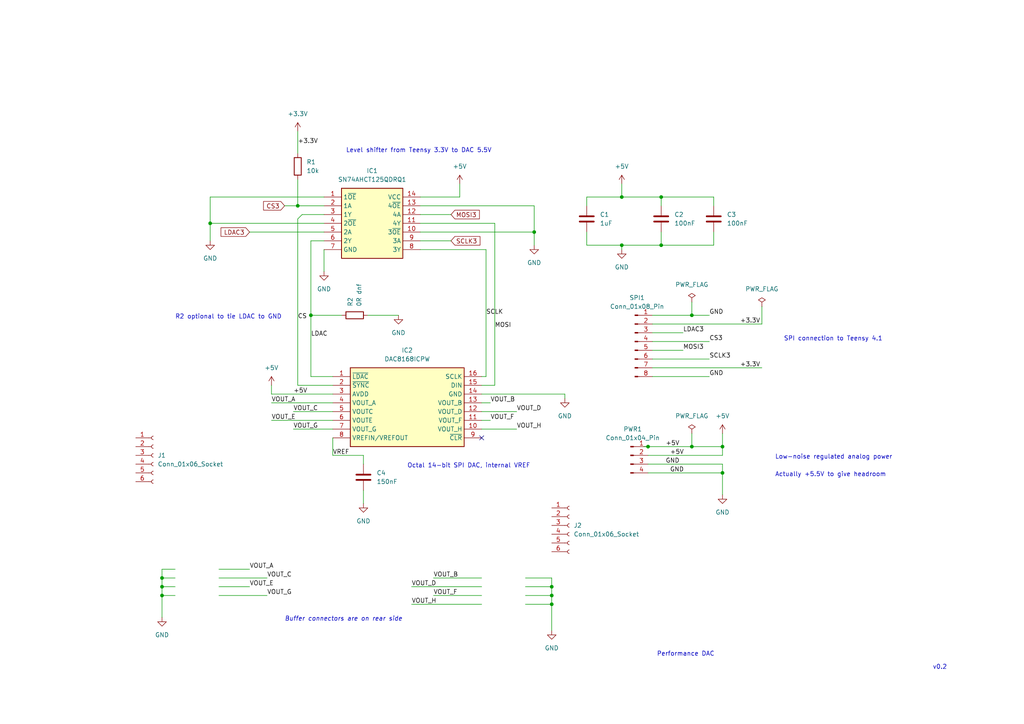
<source format=kicad_sch>
(kicad_sch (version 20231120) (generator "eeschema") (generator_version "8.0")
  (paper "A4")
  (lib_symbols
    (symbol "Connector:Conn_01x04_Pin" (pin_names (offset 1.016) hide)
      (property "Reference" "J" (at 0 5.08 0))
      (property "Value" "Conn_01x04_Pin" (at 0 -7.62 0))
      (symbol "Conn_01x04_Pin_1_1"
        (polyline (pts (xy 1.27 -5.08) (xy 0.8636 -5.08)) (stroke (width 0.1524)))
        (polyline (pts (xy 1.27 -2.54) (xy 0.8636 -2.54)) (stroke (width 0.1524)))
        (polyline (pts (xy 1.27 0) (xy 0.8636 0)) (stroke (width 0.1524)))
        (polyline (pts (xy 1.27 2.54) (xy 0.8636 2.54)) (stroke (width 0.1524)))
        (rectangle (start 0.8636 -4.953) (end 0 -5.207) (stroke (width 0.1524)) (fill (type outline)))
        (rectangle (start 0.8636 -2.413) (end 0 -2.667) (stroke (width 0.1524)) (fill (type outline)))
        (rectangle (start 0.8636 0.127) (end 0 -0.127) (stroke (width 0.1524)) (fill (type outline)))
        (rectangle (start 0.8636 2.667) (end 0 2.413) (stroke (width 0.1524)) (fill (type outline)))
        (pin passive line (at 5.08 2.54 180) (length 3.81) (name "Pin_1") (number "1"))
        (pin passive line (at 5.08 0 180) (length 3.81) (name "Pin_2") (number "2"))
        (pin passive line (at 5.08 -2.54 180) (length 3.81) (name "Pin_3") (number "3"))
        (pin passive line (at 5.08 -5.08 180) (length 3.81) (name "Pin_4") (number "4"))
      )
    )
    (symbol "Connector:Conn_01x06_Socket" (pin_names (offset 1.016) hide)
      (property "Reference" "J" (at 0 7.62 0))
      (property "Value" "Conn_01x06_Socket" (at 0 -10.16 0))
      (symbol "Conn_01x06_Socket_1_1"
        (arc (start 0 -7.112) (mid -0.5058 -7.62) (end 0 -8.128) (stroke (width 0.1524)))
        (arc (start 0 -4.572) (mid -0.5058 -5.08) (end 0 -5.588) (stroke (width 0.1524)))
        (arc (start 0 -2.032) (mid -0.5058 -2.54) (end 0 -3.048) (stroke (width 0.1524)))
        (polyline (pts (xy -1.27 -7.62) (xy -0.508 -7.62)) (stroke (width 0.1524)))
        (polyline (pts (xy -1.27 -5.08) (xy -0.508 -5.08)) (stroke (width 0.1524)))
        (polyline (pts (xy -1.27 -2.54) (xy -0.508 -2.54)) (stroke (width 0.1524)))
        (polyline (pts (xy -1.27 0) (xy -0.508 0)) (stroke (width 0.1524)))
        (polyline (pts (xy -1.27 2.54) (xy -0.508 2.54)) (stroke (width 0.1524)))
        (polyline (pts (xy -1.27 5.08) (xy -0.508 5.08)) (stroke (width 0.1524)))
        (arc (start 0 0.508) (mid -0.5058 0) (end 0 -0.508) (stroke (width 0.1524)))
        (arc (start 0 3.048) (mid -0.5058 2.54) (end 0 2.032) (stroke (width 0.1524)))
        (arc (start 0 5.588) (mid -0.5058 5.08) (end 0 4.572) (stroke (width 0.1524)))
        (pin passive line (at -5.08 5.08 0) (length 3.81) (name "Pin_1") (number "1"))
        (pin passive line (at -5.08 2.54 0) (length 3.81) (name "Pin_2") (number "2"))
        (pin passive line (at -5.08 0 0) (length 3.81) (name "Pin_3") (number "3"))
        (pin passive line (at -5.08 -2.54 0) (length 3.81) (name "Pin_4") (number "4"))
        (pin passive line (at -5.08 -5.08 0) (length 3.81) (name "Pin_5") (number "5"))
        (pin passive line (at -5.08 -7.62 0) (length 3.81) (name "Pin_6") (number "6"))
      )
    )
    (symbol "Connector:Conn_01x08_Pin" (pin_names (offset 1.016) hide)
      (property "Reference" "J" (at 0 10.16 0))
      (property "Value" "Conn_01x08_Pin" (at 0 -12.7 0))
      (symbol "Conn_01x08_Pin_1_1"
        (polyline (pts (xy 1.27 -10.16) (xy 0.8636 -10.16)) (stroke (width 0.1524)))
        (polyline (pts (xy 1.27 -7.62) (xy 0.8636 -7.62)) (stroke (width 0.1524)))
        (polyline (pts (xy 1.27 -5.08) (xy 0.8636 -5.08)) (stroke (width 0.1524)))
        (polyline (pts (xy 1.27 -2.54) (xy 0.8636 -2.54)) (stroke (width 0.1524)))
        (polyline (pts (xy 1.27 0) (xy 0.8636 0)) (stroke (width 0.1524)))
        (polyline (pts (xy 1.27 2.54) (xy 0.8636 2.54)) (stroke (width 0.1524)))
        (polyline (pts (xy 1.27 5.08) (xy 0.8636 5.08)) (stroke (width 0.1524)))
        (polyline (pts (xy 1.27 7.62) (xy 0.8636 7.62)) (stroke (width 0.1524)))
        (rectangle (start 0.8636 -10.033) (end 0 -10.287) (stroke (width 0.1524)) (fill (type outline)))
        (rectangle (start 0.8636 -7.493) (end 0 -7.747) (stroke (width 0.1524)) (fill (type outline)))
        (rectangle (start 0.8636 -4.953) (end 0 -5.207) (stroke (width 0.1524)) (fill (type outline)))
        (rectangle (start 0.8636 -2.413) (end 0 -2.667) (stroke (width 0.1524)) (fill (type outline)))
        (rectangle (start 0.8636 0.127) (end 0 -0.127) (stroke (width 0.1524)) (fill (type outline)))
        (rectangle (start 0.8636 2.667) (end 0 2.413) (stroke (width 0.1524)) (fill (type outline)))
        (rectangle (start 0.8636 5.207) (end 0 4.953) (stroke (width 0.1524)) (fill (type outline)))
        (rectangle (start 0.8636 7.747) (end 0 7.493) (stroke (width 0.1524)) (fill (type outline)))
        (pin passive line (at 5.08 7.62 180) (length 3.81) (name "Pin_1") (number "1"))
        (pin passive line (at 5.08 5.08 180) (length 3.81) (name "Pin_2") (number "2"))
        (pin passive line (at 5.08 2.54 180) (length 3.81) (name "Pin_3") (number "3"))
        (pin passive line (at 5.08 0 180) (length 3.81) (name "Pin_4") (number "4"))
        (pin passive line (at 5.08 -2.54 180) (length 3.81) (name "Pin_5") (number "5"))
        (pin passive line (at 5.08 -5.08 180) (length 3.81) (name "Pin_6") (number "6"))
        (pin passive line (at 5.08 -7.62 180) (length 3.81) (name "Pin_7") (number "7"))
        (pin passive line (at 5.08 -10.16 180) (length 3.81) (name "Pin_8") (number "8"))
      )
    )
    (symbol "Device:C" (pin_numbers hide) (pin_names (offset 0.254))
      (property "Reference" "C" (at 0.635 2.54 0))
      (property "Value" "C" (at 0.635 -2.54 0))
      (symbol "C_0_1"
        (polyline (pts (xy -2.032 -0.762) (xy 2.032 -0.762)) (stroke (width 0.508)))
        (polyline (pts (xy -2.032 0.762) (xy 2.032 0.762)) (stroke (width 0.508)))
      )
      (symbol "C_1_1"
        (pin passive line (at 0 3.81 270) (length 2.794) (name "~") (number "1"))
        (pin passive line (at 0 -3.81 90) (length 2.794) (name "~") (number "2"))
      )
    )
    (symbol "Device:R" (pin_numbers hide) (pin_names (offset 0))
      (property "Reference" "R" (at 2.032 0 90))
      (property "Value" "R" (at 0 0 90))
      (symbol "R_0_1"
        (rectangle (start -1.016 -2.54) (end 1.016 2.54) (stroke (width 0.254)))
      )
      (symbol "R_1_1"
        (pin passive line (at 0 3.81 270) (length 1.27) (name "~") (number "1"))
        (pin passive line (at 0 -3.81 90) (length 1.27) (name "~") (number "2"))
      )
    )
    (symbol "SamacSys_Parts:DAC8168ICPW"
      (property "Reference" "IC" (at 39.37 7.62 0))
      (property "Value" "DAC8168ICPW" (at 39.37 5.08 0))
      (symbol "DAC8168ICPW_1_1"
        (rectangle (start 5.08 2.54) (end 38.1 -20.32) (stroke (width 0.254)) (fill (type background)))
        (pin passive line (at 0 0 0) (length 5.08) (name "~{LDAC}") (number "1"))
        (pin passive line (at 43.18 -15.24 180) (length 5.08) (name "VOUT_H") (number "10"))
        (pin passive line (at 43.18 -12.7 180) (length 5.08) (name "VOUT_F") (number "11"))
        (pin passive line (at 43.18 -10.16 180) (length 5.08) (name "VOUT_D") (number "12"))
        (pin passive line (at 43.18 -7.62 180) (length 5.08) (name "VOUT_B") (number "13"))
        (pin passive line (at 43.18 -5.08 180) (length 5.08) (name "GND") (number "14"))
        (pin passive line (at 43.18 -2.54 180) (length 5.08) (name "DIN") (number "15"))
        (pin passive line (at 43.18 0 180) (length 5.08) (name "SCLK") (number "16"))
        (pin passive line (at 0 -2.54 0) (length 5.08) (name "~{SYNC}") (number "2"))
        (pin passive line (at 0 -5.08 0) (length 5.08) (name "AVDD") (number "3"))
        (pin passive line (at 0 -7.62 0) (length 5.08) (name "VOUT_A") (number "4"))
        (pin passive line (at 0 -10.16 0) (length 5.08) (name "VOUTC") (number "5"))
        (pin passive line (at 0 -12.7 0) (length 5.08) (name "VOUTE") (number "6"))
        (pin passive line (at 0 -15.24 0) (length 5.08) (name "VOUT_G") (number "7"))
        (pin passive line (at 0 -17.78 0) (length 5.08) (name "VREFIN/VREFOUT") (number "8"))
        (pin passive line (at 43.18 -17.78 180) (length 5.08) (name "~{CLR}") (number "9"))
      )
    )
    (symbol "SamacSys_Parts:SN74AHCT125QDRQ1"
      (property "Reference" "IC" (at 24.13 7.62 0))
      (property "Value" "SN74AHCT125QDRQ1" (at 24.13 5.08 0))
      (symbol "SN74AHCT125QDRQ1_1_1"
        (rectangle (start 5.08 2.54) (end 22.86 -17.78) (stroke (width 0.254)) (fill (type background)))
        (pin passive line (at 0 0 0) (length 5.08) (name "1~{OE}") (number "1"))
        (pin passive line (at 27.94 -10.16 180) (length 5.08) (name "3~{OE}") (number "10"))
        (pin passive line (at 27.94 -7.62 180) (length 5.08) (name "4Y") (number "11"))
        (pin passive line (at 27.94 -5.08 180) (length 5.08) (name "4A") (number "12"))
        (pin passive line (at 27.94 -2.54 180) (length 5.08) (name "4~{OE}") (number "13"))
        (pin passive line (at 27.94 0 180) (length 5.08) (name "VCC") (number "14"))
        (pin passive line (at 0 -2.54 0) (length 5.08) (name "1A") (number "2"))
        (pin passive line (at 0 -5.08 0) (length 5.08) (name "1Y") (number "3"))
        (pin passive line (at 0 -7.62 0) (length 5.08) (name "2~{OE}") (number "4"))
        (pin passive line (at 0 -10.16 0) (length 5.08) (name "2A") (number "5"))
        (pin passive line (at 0 -12.7 0) (length 5.08) (name "2Y") (number "6"))
        (pin passive line (at 0 -15.24 0) (length 5.08) (name "GND") (number "7"))
        (pin passive line (at 27.94 -15.24 180) (length 5.08) (name "3Y") (number "8"))
        (pin passive line (at 27.94 -12.7 180) (length 5.08) (name "3A") (number "9"))
      )
    )
    (symbol "power:+3.3V" (power) (pin_names (offset 0))
      (property "Value" "+3.3V" (at 0 3.556 0))
      (symbol "+3.3V_0_1"
        (polyline (pts (xy -0.762 1.27) (xy 0 2.54)))
        (polyline (pts (xy 0 0) (xy 0 2.54)))
        (polyline (pts (xy 0 2.54) (xy 0.762 1.27)))
      )
      (symbol "+3.3V_1_1"
        (pin power_in line (at 0 0 90) (length 0) hide (name "+3.3V") (number "1"))
      )
    )
    (symbol "power:+5V" (power) (pin_names (offset 0))
      (property "Value" "+5V" (at 0 3.556 0))
      (symbol "+5V_0_1"
        (polyline (pts (xy -0.762 1.27) (xy 0 2.54)))
        (polyline (pts (xy 0 0) (xy 0 2.54)))
        (polyline (pts (xy 0 2.54) (xy 0.762 1.27)))
      )
      (symbol "+5V_1_1"
        (pin power_in line (at 0 0 90) (length 0) hide (name "+5V") (number "1"))
      )
    )
    (symbol "power:GND" (power) (pin_names (offset 0))
      (property "Value" "GND" (at 0 -3.81 0))
      (symbol "GND_0_1"
        (polyline (pts (xy 0 0) (xy 0 -1.27) (xy 1.27 -1.27) (xy 0 -2.54) (xy -1.27 -1.27) (xy 0 -1.27)))
      )
      (symbol "GND_1_1"
        (pin power_in line (at 0 0 270) (length 0) hide (name "GND") (number "1"))
      )
    )
    (symbol "power:PWR_FLAG" (power) (pin_numbers hide) (pin_names (offset 0) hide)
      (property "Value" "PWR_FLAG" (at 0 3.81 0))
      (symbol "PWR_FLAG_0_0"
        (pin power_out line (at 0 0 90) (length 0) (name "pwr") (number "1"))
      )
      (symbol "PWR_FLAG_0_1"
        (polyline (pts (xy 0 0) (xy 0 1.27) (xy -1.016 1.905) (xy 0 2.54) (xy 1.016 1.905) (xy 0 1.27)))
      )
    )
  )
  (junction (at 60.96 64.77))
  (junction (at 90.17 91.44))
  (junction (at 46.99 167.64))
  (junction (at 200.66 129.54))
  (junction (at 187.96 129.54))
  (junction (at 160.02 172.72))
  (junction (at 160.02 175.26))
  (junction (at 180.34 71.12))
  (junction (at 180.34 57.15))
  (junction (at 46.99 170.18))
  (junction (at 209.55 137.16))
  (junction (at 209.55 129.54))
  (junction (at 191.77 71.12))
  (junction (at 160.02 170.18))
  (junction (at 46.99 172.72))
  (junction (at 86.36 59.69))
  (junction (at 154.94 67.31))
  (junction (at 191.77 57.15))
  (junction (at 200.66 91.44))
  (no_connect (at 139.7 127))
  (wire (pts (xy 152.4 172.72) (xy 160.02 172.72)))
  (wire (pts (xy 189.23 96.52) (xy 198.12 96.52)))
  (wire (pts (xy 86.36 111.76) (xy 96.52 111.76)))
  (wire (pts (xy 119.38 175.26) (xy 139.7 175.26)))
  (wire (pts (xy 86.36 111.76) (xy 86.36 63.5)))
  (wire (pts (xy 90.17 91.44) (xy 90.17 109.22)))
  (wire (pts (xy 209.55 134.62) (xy 209.55 137.16)))
  (wire (pts (xy 139.7 114.3) (xy 163.83 114.3)))
  (wire (pts (xy 180.34 71.12) (xy 191.77 71.12)))
  (wire (pts (xy 86.36 63.5) (xy 87.63 62.23)))
  (wire (pts (xy 106.68 91.44) (xy 115.57 91.44)))
  (wire (pts (xy 191.77 67.31) (xy 191.77 71.12)))
  (wire (pts (xy 200.66 87.63) (xy 200.66 91.44)))
  (wire (pts (xy 46.99 172.72) (xy 50.8 172.72)))
  (wire (pts (xy 139.7 111.76) (xy 143.51 111.76)))
  (wire (pts (xy 85.09 119.38) (xy 96.52 119.38)))
  (wire (pts (xy 93.98 72.39) (xy 93.98 78.74)))
  (wire (pts (xy 78.74 111.76) (xy 78.74 114.3)))
  (wire (pts (xy 189.23 104.14) (xy 205.74 104.14)))
  (wire (pts (xy 121.92 59.69) (xy 154.94 59.69)))
  (wire (pts (xy 160.02 175.26) (xy 160.02 182.88)))
  (wire (pts (xy 60.96 64.77) (xy 93.98 64.77)))
  (wire (pts (xy 186.69 129.54) (xy 187.96 129.54)))
  (wire (pts (xy 125.73 167.64) (xy 139.7 167.64)))
  (wire (pts (xy 180.34 71.12) (xy 180.34 72.39)))
  (wire (pts (xy 82.55 59.69) (xy 86.36 59.69)))
  (wire (pts (xy 160.02 172.72) (xy 160.02 175.26)))
  (wire (pts (xy 139.7 116.84) (xy 142.24 116.84)))
  (wire (pts (xy 170.18 71.12) (xy 180.34 71.12)))
  (wire (pts (xy 152.4 167.64) (xy 160.02 167.64)))
  (wire (pts (xy 207.01 67.31) (xy 207.01 71.12)))
  (wire (pts (xy 63.5 167.64) (xy 77.47 167.64)))
  (wire (pts (xy 207.01 57.15) (xy 207.01 59.69)))
  (wire (pts (xy 96.52 132.08) (xy 105.41 132.08)))
  (wire (pts (xy 46.99 167.64) (xy 46.99 170.18)))
  (wire (pts (xy 105.41 142.24) (xy 105.41 146.05)))
  (wire (pts (xy 189.23 93.98) (xy 220.98 93.98)))
  (wire (pts (xy 87.63 62.23) (xy 93.98 62.23)))
  (wire (pts (xy 170.18 57.15) (xy 180.34 57.15)))
  (wire (pts (xy 189.23 106.68) (xy 220.98 106.68)))
  (wire (pts (xy 121.92 72.39) (xy 140.97 72.39)))
  (wire (pts (xy 133.35 53.34) (xy 133.35 57.15)))
  (wire (pts (xy 180.34 57.15) (xy 191.77 57.15)))
  (wire (pts (xy 78.74 121.92) (xy 96.52 121.92)))
  (wire (pts (xy 78.74 114.3) (xy 96.52 114.3)))
  (wire (pts (xy 160.02 170.18) (xy 160.02 172.72)))
  (wire (pts (xy 60.96 64.77) (xy 60.96 69.85)))
  (wire (pts (xy 143.51 64.77) (xy 143.51 111.76)))
  (wire (pts (xy 46.99 165.1) (xy 50.8 165.1)))
  (wire (pts (xy 90.17 109.22) (xy 96.52 109.22)))
  (wire (pts (xy 189.23 109.22) (xy 205.74 109.22)))
  (wire (pts (xy 209.55 125.73) (xy 209.55 129.54)))
  (wire (pts (xy 46.99 165.1) (xy 46.99 167.64)))
  (wire (pts (xy 46.99 167.64) (xy 50.8 167.64)))
  (wire (pts (xy 121.92 64.77) (xy 143.51 64.77)))
  (wire (pts (xy 200.66 125.73) (xy 200.66 129.54)))
  (wire (pts (xy 191.77 57.15) (xy 191.77 59.69)))
  (wire (pts (xy 189.23 91.44) (xy 200.66 91.44)))
  (wire (pts (xy 160.02 167.64) (xy 160.02 170.18)))
  (wire (pts (xy 139.7 124.46) (xy 149.86 124.46)))
  (wire (pts (xy 154.94 59.69) (xy 154.94 67.31)))
  (wire (pts (xy 121.92 57.15) (xy 133.35 57.15)))
  (wire (pts (xy 200.66 129.54) (xy 209.55 129.54)))
  (wire (pts (xy 63.5 165.1) (xy 72.39 165.1)))
  (wire (pts (xy 105.41 132.08) (xy 105.41 134.62)))
  (wire (pts (xy 90.17 69.85) (xy 93.98 69.85)))
  (wire (pts (xy 170.18 57.15) (xy 170.18 59.69)))
  (wire (pts (xy 140.97 72.39) (xy 140.97 109.22)))
  (wire (pts (xy 63.5 170.18) (xy 72.39 170.18)))
  (wire (pts (xy 86.36 38.1) (xy 86.36 44.45)))
  (wire (pts (xy 163.83 114.3) (xy 163.83 115.57)))
  (wire (pts (xy 152.4 170.18) (xy 160.02 170.18)))
  (wire (pts (xy 119.38 170.18) (xy 139.7 170.18)))
  (wire (pts (xy 90.17 69.85) (xy 90.17 91.44)))
  (wire (pts (xy 189.23 99.06) (xy 205.74 99.06)))
  (wire (pts (xy 154.94 67.31) (xy 154.94 71.12)))
  (wire (pts (xy 200.66 91.44) (xy 205.74 91.44)))
  (wire (pts (xy 60.96 57.15) (xy 60.96 64.77)))
  (wire (pts (xy 90.17 91.44) (xy 99.06 91.44)))
  (wire (pts (xy 96.52 127) (xy 96.52 132.08)))
  (wire (pts (xy 46.99 170.18) (xy 46.99 172.72)))
  (wire (pts (xy 46.99 172.72) (xy 46.99 179.07)))
  (wire (pts (xy 187.96 134.62) (xy 209.55 134.62)))
  (wire (pts (xy 191.77 57.15) (xy 207.01 57.15)))
  (wire (pts (xy 187.96 132.08) (xy 209.55 132.08)))
  (wire (pts (xy 152.4 175.26) (xy 160.02 175.26)))
  (wire (pts (xy 189.23 101.6) (xy 198.12 101.6)))
  (wire (pts (xy 78.74 116.84) (xy 96.52 116.84)))
  (wire (pts (xy 187.96 129.54) (xy 200.66 129.54)))
  (wire (pts (xy 125.73 172.72) (xy 139.7 172.72)))
  (wire (pts (xy 121.92 67.31) (xy 154.94 67.31)))
  (wire (pts (xy 63.5 172.72) (xy 77.47 172.72)))
  (wire (pts (xy 46.99 170.18) (xy 50.8 170.18)))
  (wire (pts (xy 187.96 137.16) (xy 209.55 137.16)))
  (wire (pts (xy 72.39 67.31) (xy 93.98 67.31)))
  (wire (pts (xy 180.34 53.34) (xy 180.34 57.15)))
  (wire (pts (xy 139.7 121.92) (xy 142.24 121.92)))
  (wire (pts (xy 139.7 119.38) (xy 149.86 119.38)))
  (wire (pts (xy 170.18 67.31) (xy 170.18 71.12)))
  (wire (pts (xy 209.55 129.54) (xy 209.55 132.08)))
  (wire (pts (xy 191.77 71.12) (xy 207.01 71.12)))
  (wire (pts (xy 60.96 57.15) (xy 93.98 57.15)))
  (wire (pts (xy 86.36 59.69) (xy 93.98 59.69)))
  (wire (pts (xy 121.92 62.23) (xy 130.81 62.23)))
  (wire (pts (xy 220.98 88.9) (xy 220.98 93.98)))
  (wire (pts (xy 85.09 124.46) (xy 96.52 124.46)))
  (wire (pts (xy 121.92 69.85) (xy 130.81 69.85)))
  (wire (pts (xy 86.36 52.07) (xy 86.36 59.69)))
  (wire (pts (xy 139.7 109.22) (xy 140.97 109.22)))
  (wire (pts (xy 209.55 137.16) (xy 209.55 143.51)))
  (text "v0.2" (at 270.51 194.31 0) (effects (font (size 1.27 1.27)) (justify left bottom)))
  (text "Buffer connectors are on rear side" (at 82.55 180.34 0) (effects (font (size 1.27 1.27) (italic yes)) (justify left bottom)))
  (text "Octal 14-bit SPI DAC, internal VREF" (at 118.11 135.89 0) (effects (font (size 1.27 1.27)) (justify left bottom)))
  (text "Performance DAC" (at 190.5 190.5 0) (effects (font (size 1.27 1.27)) (justify left bottom)))
  (text "Actually +5.5V to give headroom" (at 224.79 138.43 0) (effects (font (size 1.27 1.27)) (justify left bottom)))
  (text "Level shifter from Teensy 3.3V to DAC 5.5V" (at 100.33 44.45 0) (effects (font (size 1.27 1.27)) (justify left bottom)))
  (text "R2 optional to tie LDAC to GND" (at 50.8 92.71 0) (effects (font (size 1.27 1.27)) (justify left bottom)))
  (text "SPI connection to Teensy 4.1" (at 227.33 99.06 0) (effects (font (size 1.27 1.27)) (justify left bottom)))
  (text "Low-noise regulated analog power" (at 224.79 133.35 0) (effects (font (size 1.27 1.27)) (justify left bottom)))
  (label "VOUT_G" (at 85.09 124.46 0))
  (label "VOUT_C" (at 77.47 167.64 0))
  (label "MOSI3" (at 198.12 101.6 0))
  (label "MOSI" (at 143.51 95.25 0))
  (label "VOUT_H" (at 149.86 124.46 0))
  (label "VOUT_B" (at 125.73 167.64 0))
  (label "CS3" (at 205.74 99.06 0))
  (label "VOUT_G" (at 77.47 172.72 0))
  (label "GND" (at 205.74 109.22 0))
  (label "LDAC" (at 90.17 97.79 0))
  (label "GND" (at 193.04 134.62 0))
  (label "VOUT_E" (at 72.39 170.18 0))
  (label "SCLK" (at 140.97 91.44 0))
  (label "CS" (at 86.36 92.71 0))
  (label "+3.3V" (at 86.36 41.91 0))
  (label "VOUT_A" (at 72.39 165.1 0))
  (label "VOUT_C" (at 85.09 119.38 0))
  (label "+3.3V" (at 214.63 106.68 0))
  (label "VOUT_D" (at 149.86 119.38 0))
  (label "VOUT_A" (at 78.74 116.84 0))
  (label "VOUT_F" (at 142.24 121.92 0))
  (label "VREF" (at 96.52 132.08 0))
  (label "VOUT_E" (at 78.74 121.92 0))
  (label "VOUT_F" (at 125.73 172.72 0))
  (label "+5V" (at 193.04 129.54 0))
  (label "GND" (at 194.31 137.16 0))
  (label "VOUT_B" (at 142.24 116.84 0))
  (label "VOUT_H" (at 119.38 175.26 0))
  (label "LDAC3" (at 198.12 96.52 0))
  (label "+5V" (at 85.09 114.3 0))
  (label "+5V" (at 194.31 132.08 0))
  (label "+3.3V" (at 214.63 93.98 0))
  (label "GND" (at 205.74 91.44 0))
  (label "SCLK3" (at 205.74 104.14 0))
  (label "VOUT_D" (at 119.38 170.18 0))
  (global_label "CS3" (shape input) (at 82.55 59.69 180) (property "Intersheetrefs" "${INTERSHEET_REFS}" (effects (hide yes))))
  (global_label "SCLK3" (shape input) (at 130.81 69.85 0) (property "Intersheetrefs" "${INTERSHEET_REFS}" (effects (hide yes))))
  (global_label "LDAC3" (shape input) (at 72.39 67.31 180) (property "Intersheetrefs" "${INTERSHEET_REFS}" (effects (hide yes))))
  (global_label "MOSI3" (shape input) (at 130.81 62.23 0) (property "Intersheetrefs" "${INTERSHEET_REFS}" (effects (hide yes))))
  (symbol (lib_id "power:+5V") (at 78.74 111.76 0) (unit 1)
    (property "Reference" "#PWR06" (effects (hide yes)))
    (property "Value" "+5V" (at 78.74 106.68 0))
  )
  (symbol (lib_id "power:GND") (at 105.41 146.05 0) (unit 1)
    (property "Reference" "#PWR011" (effects (hide yes)))
    (property "Value" "GND" (at 105.41 151.13 0))
  )
  (symbol (lib_id "power:+5V") (at 133.35 53.34 0) (unit 1)
    (property "Reference" "#PWR07" (effects (hide yes)))
    (property "Value" "+5V" (at 133.35 48.26 0))
  )
  (symbol (lib_id "Connector:Conn_01x06_Socket") (at 44.45 132.08 0) (unit 1)
    (property "Reference" "J1" (at 45.72 132.0799 0) (effects (justify left)))
    (property "Value" "Conn_01x06_Socket" (at 45.72 134.6199 0) (effects (justify left)))
    (property "Description" "Generic connector, single row, 01x06, script generated" (effects (hide yes)))
  )
  (symbol (lib_id "power:+3.3V") (at 86.36 38.1 0) (unit 1)
    (property "Reference" "#PWR08" (effects (hide yes)))
    (property "Value" "+3.3V" (at 86.36 33.02 0))
  )
  (symbol (lib_id "power:+5V") (at 180.34 53.34 0) (unit 1)
    (property "Reference" "#PWR01" (effects (hide yes)))
    (property "Value" "+5V" (at 180.34 48.26 0))
  )
  (symbol (lib_id "power:GND") (at 163.83 115.57 0) (unit 1)
    (property "Reference" "#PWR05" (effects (hide yes)))
    (property "Value" "GND" (at 163.83 120.65 0))
  )
  (symbol (lib_id "power:GND") (at 60.96 69.85 0) (unit 1)
    (property "Reference" "#PWR03" (effects (hide yes)))
    (property "Value" "GND" (at 60.96 74.93 0))
  )
  (symbol (lib_id "Device:C") (at 105.41 138.43 0) (unit 1)
    (property "Reference" "C4" (at 109.22 137.16 0) (effects (justify left)))
    (property "Value" "150nF" (at 109.22 139.7 0) (effects (justify left)))
    (property "Footprint" "Capacitor_SMD:C_1206_3216Metric_Pad1.33x1.80mm_HandSolder" (effects (hide yes)))
  )
  (symbol (lib_id "power:PWR_FLAG") (at 200.66 87.63 0) (unit 1)
    (property "Reference" "#FLG05" (effects (hide yes)))
    (property "Value" "PWR_FLAG" (at 200.66 82.55 0))
  )
  (symbol (lib_id "power:PWR_FLAG") (at 200.66 125.73 0) (unit 1)
    (property "Reference" "#FLG03" (effects (hide yes)))
    (property "Value" "PWR_FLAG" (at 200.66 120.65 0))
  )
  (symbol (lib_id "power:GND") (at 180.34 72.39 0) (unit 1)
    (property "Reference" "#PWR02" (effects (hide yes)))
    (property "Value" "GND" (at 180.34 77.47 0))
  )
  (symbol (lib_id "Device:C") (at 207.01 63.5 0) (unit 1)
    (property "Reference" "C3" (at 210.82 62.23 0) (effects (justify left)))
    (property "Value" "100nF" (at 210.82 64.77 0) (effects (justify left)))
    (property "Footprint" "Capacitor_SMD:C_1206_3216Metric_Pad1.33x1.80mm_HandSolder" (effects (hide yes)))
  )
  (symbol (lib_id "Device:C") (at 191.77 63.5 0) (unit 1)
    (property "Reference" "C2" (at 195.58 62.23 0) (effects (justify left)))
    (property "Value" "100nF" (at 195.58 64.77 0) (effects (justify left)))
    (property "Footprint" "Capacitor_SMD:C_1206_3216Metric_Pad1.33x1.80mm_HandSolder" (effects (hide yes)))
  )
  (symbol (lib_id "power:GND") (at 160.02 182.88 0) (unit 1)
    (property "Reference" "#PWR013" (effects (hide yes)))
    (property "Value" "GND" (at 160.02 187.96 0))
  )
  (symbol (lib_id "Device:R") (at 102.87 91.44 90) (unit 1)
    (property "Reference" "R2" (at 101.6 88.9 0) (effects (justify left)))
    (property "Value" "0R dnf" (at 104.14 88.9 0) (effects (justify left)))
    (property "Footprint" "Resistor_SMD:R_0805_2012Metric_Pad1.20x1.40mm_HandSolder" (effects (hide yes)))
  )
  (symbol (lib_id "power:GND") (at 154.94 71.12 0) (unit 1)
    (property "Reference" "#PWR04" (effects (hide yes)))
    (property "Value" "GND" (at 154.94 76.2 0))
  )
  (symbol (lib_id "SamacSys_Parts:SN74AHCT125QDRQ1") (at 93.98 57.15 0) (unit 1)
    (property "Reference" "IC1" (at 107.95 49.53 0))
    (property "Value" "SN74AHCT125QDRQ1" (at 107.95 52.07 0))
    (property "Footprint" "Package_SO:SOIC-14_3.9x8.7mm_P1.27mm" (effects (hide yes)))
    (property "Datasheet" "http://www.ti.com/lit/gpn/sn74ahct125-q1" (effects (hide yes)))
    (property "Height" "1.75" (effects (hide yes)))
    (property "Mouser Part Number" "595-SN74AHCT125QDRQ1" (effects (hide yes)))
    (property "Mouser Price/Stock" "https://www.mouser.co.uk/ProductDetail/Texas-Instruments/SN74AHCT125QDRQ1?qs=zhgwDAIOVxtE5BLiD9k5oQ%3D%3D" (effects (hide yes)))
    (property "Manufacturer_Name" "Texas Instruments" (effects (hide yes)))
    (property "Manufacturer_Part_Number" "SN74AHCT125QDRQ1" (effects (hide yes)))
  )
  (symbol (lib_id "Connector:Conn_01x08_Pin") (at 184.15 99.06 0) (unit 1)
    (property "Reference" "SPI1" (at 184.785 86.36 0))
    (property "Value" "Conn_01x08_Pin" (at 184.785 88.9 0))
    (property "Footprint" "Connector_PinHeader_2.54mm:PinHeader_1x08_P2.54mm_Vertical" (effects (hide yes)))
  )
  (symbol (lib_id "power:GND") (at 115.57 91.44 0) (unit 1)
    (property "Reference" "#PWR09" (effects (hide yes)))
    (property "Value" "GND" (at 115.57 96.52 0))
  )
  (symbol (lib_id "power:+5V") (at 209.55 125.73 0) (unit 1)
    (property "Reference" "#PWR016" (effects (hide yes)))
    (property "Value" "+5V" (at 209.55 120.65 0))
  )
  (symbol (lib_id "Device:C") (at 170.18 63.5 0) (unit 1)
    (property "Reference" "C1" (at 173.99 62.23 0) (effects (justify left)))
    (property "Value" "1uF" (at 173.99 64.77 0) (effects (justify left)))
    (property "Footprint" "Capacitor_SMD:C_1206_3216Metric_Pad1.33x1.80mm_HandSolder" (effects (hide yes)))
  )
  (symbol (lib_id "SamacSys_Parts:DAC8168ICPW") (at 96.52 109.22 0) (unit 1)
    (property "Reference" "IC2" (at 118.11 101.6 0))
    (property "Value" "DAC8168ICPW" (at 118.11 104.14 0))
    (property "Footprint" "Package_SO:TSSOP-16_4.4x5mm_P0.65mm" (effects (hide yes)))
    (property "Datasheet" "http://www.ti.com/lit/ds/symlink/dac8168.pdf" (effects (hide yes)))
    (property "Height" "1.2" (effects (hide yes)))
    (property "Mouser Part Number" "595-DAC8168ICPW" (effects (hide yes)))
    (property "Mouser Price/Stock" "https://www.mouser.co.uk/ProductDetail/Texas-Instruments/DAC8168ICPW?qs=JxdSYA%2FPj%252BHL093OalSUrQ%3D%3D" (effects (hide yes)))
    (property "Manufacturer_Name" "Texas Instruments" (effects (hide yes)))
    (property "Manufacturer_Part_Number" "DAC8168ICPW" (effects (hide yes)))
  )
  (symbol (lib_id "Device:R") (at 86.36 48.26 0) (unit 1)
    (property "Reference" "R1" (at 88.9 46.99 0) (effects (justify left)))
    (property "Value" "10k" (at 88.9 49.53 0) (effects (justify left)))
    (property "Footprint" "Resistor_SMD:R_0805_2012Metric_Pad1.20x1.40mm_HandSolder" (effects (hide yes)))
  )
  (symbol (lib_id "power:PWR_FLAG") (at 220.98 88.9 0) (unit 1)
    (property "Reference" "#FLG01" (effects (hide yes)))
    (property "Value" "PWR_FLAG" (at 220.98 83.82 0))
  )
  (symbol (lib_id "power:GND") (at 93.98 78.74 0) (unit 1)
    (property "Reference" "#PWR010" (effects (hide yes)))
    (property "Value" "GND" (at 93.98 83.82 0))
  )
  (symbol (lib_id "power:GND") (at 209.55 143.51 0) (unit 1)
    (property "Reference" "#PWR017" (effects (hide yes)))
    (property "Value" "GND" (at 209.55 148.59 0))
  )
  (symbol (lib_id "power:GND") (at 46.99 179.07 0) (unit 1)
    (property "Reference" "#PWR012" (effects (hide yes)))
    (property "Value" "GND" (at 46.99 184.15 0))
  )
  (symbol (lib_id "Connector:Conn_01x06_Socket") (at 165.1 152.4 0) (unit 1)
    (property "Reference" "J2" (at 166.37 152.3999 0) (effects (justify left)))
    (property "Value" "Conn_01x06_Socket" (at 166.37 154.9399 0) (effects (justify left)))
    (property "Description" "Generic connector, single row, 01x06, script generated" (effects (hide yes)))
  )
  (symbol (lib_id "Connector:Conn_01x04_Pin") (at 182.88 132.08 0) (unit 1)
    (property "Reference" "PWR1" (at 183.515 124.46 0))
    (property "Value" "Conn_01x04_Pin" (at 183.515 127 0))
    (property "Footprint" "Connector_PinHeader_2.54mm:PinHeader_1x04_P2.54mm_Vertical" (effects (hide yes)))
  )
)
</source>
